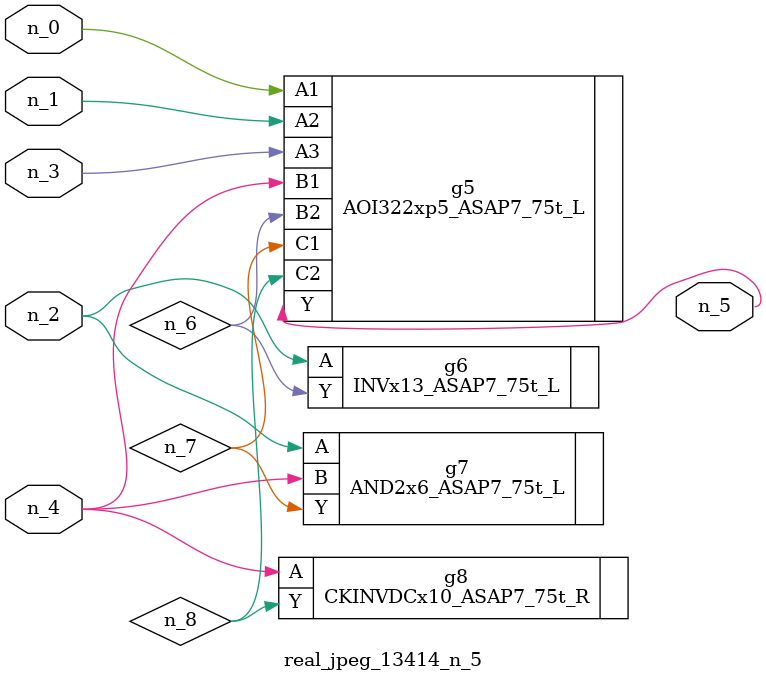
<source format=v>
module real_jpeg_13414_n_5 (n_4, n_0, n_1, n_2, n_3, n_5);

input n_4;
input n_0;
input n_1;
input n_2;
input n_3;

output n_5;

wire n_8;
wire n_6;
wire n_7;

AOI322xp5_ASAP7_75t_L g5 ( 
.A1(n_0),
.A2(n_1),
.A3(n_3),
.B1(n_4),
.B2(n_6),
.C1(n_7),
.C2(n_8),
.Y(n_5)
);

INVx13_ASAP7_75t_L g6 ( 
.A(n_2),
.Y(n_6)
);

AND2x6_ASAP7_75t_L g7 ( 
.A(n_2),
.B(n_4),
.Y(n_7)
);

CKINVDCx10_ASAP7_75t_R g8 ( 
.A(n_4),
.Y(n_8)
);


endmodule
</source>
